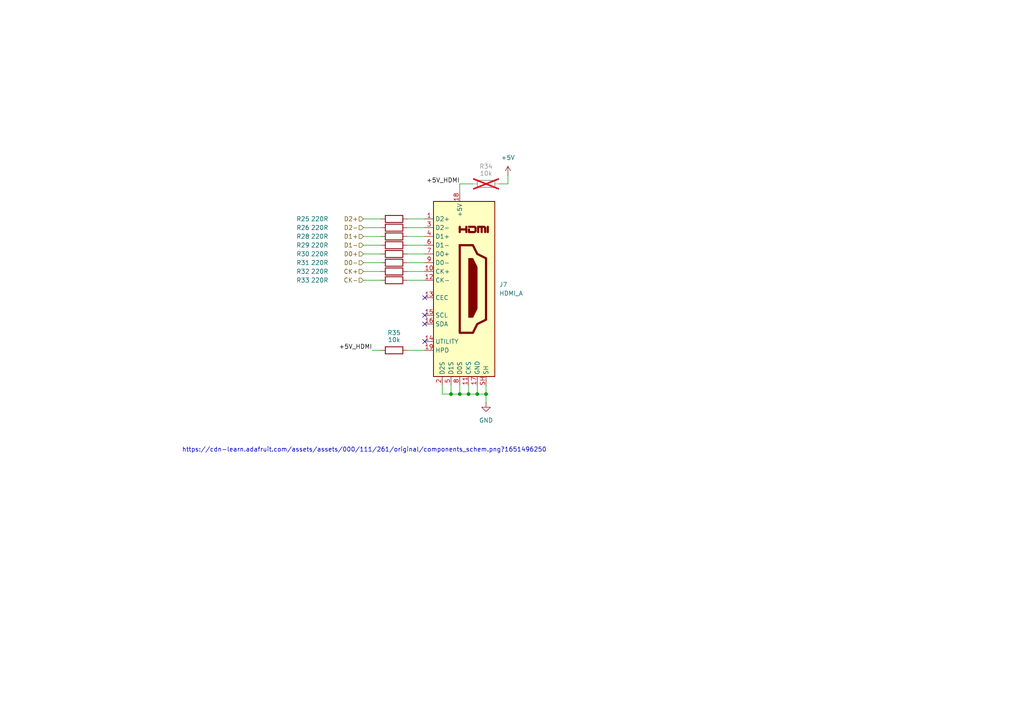
<source format=kicad_sch>
(kicad_sch (version 20250114) (generator "eeschema") (generator_version "9.0")
  (paper "A4")
  (title_block (rev "Rev.1"))
  (lib_symbols
    (symbol "Connector:HDMI_A"
      (property "Reference" "J" (at -6.35 26.67 0))
      (property "Value" "HDMI_A" (at 10.16 26.67 0))
      (symbol "HDMI_A_0_0"
        (polyline (pts (xy 0 16.51) (xy 0 18.034) (xy 0 17.272) (xy 1.905 17.272) (xy 1.905 18.034) (xy 1.905 16.51)) (stroke (width 0.635)))
        (polyline (pts (xy 2.667 18.034) (xy 4.318 18.034) (xy 4.572 17.78) (xy 4.572 16.764) (xy 4.318 16.51) (xy 2.667 16.51) (xy 2.667 17.272)) (stroke (width 0.635)))
        (polyline (pts (xy 8.128 16.51) (xy 8.128 18.034)) (stroke (width 0.635)))
      )
      (symbol "HDMI_A_0_1"
        (rectangle (start -7.62 25.4) (end 10.16 -25.4) (stroke (width 0.254)) (fill (type background)))
        (polyline (pts (xy 0 12.7) (xy 0 -12.7) (xy 3.81 -12.7) (xy 5.08 -10.16) (xy 7.62 -8.89) (xy 7.62 8.89) (xy 5.08 10.16) (xy 3.81 12.7) (xy 0 12.7)) (stroke (width 0.635)))
        (polyline (pts (xy 2.54 8.89) (xy 3.81 8.89) (xy 5.08 6.35) (xy 5.08 -5.715) (xy 3.81 -8.255) (xy 2.54 -8.255) (xy 2.54 8.89)) (fill (type outline)))
        (polyline (pts (xy 5.334 16.51) (xy 5.334 18.034) (xy 6.35 18.034) (xy 6.35 16.51) (xy 6.35 18.034) (xy 7.112 18.034) (xy 7.366 17.78) (xy 7.366 16.51)) (stroke (width 0.635)))
      )
      (symbol "HDMI_A_1_1"
        (pin passive line (at -10.16 20.32 0) (length 2.54) (name "D2+") (number "1"))
        (pin passive line (at -10.16 17.78 0) (length 2.54) (name "D2-") (number "3"))
        (pin passive line (at -10.16 15.24 0) (length 2.54) (name "D1+") (number "4"))
        (pin passive line (at -10.16 12.7 0) (length 2.54) (name "D1-") (number "6"))
        (pin passive line (at -10.16 10.16 0) (length 2.54) (name "D0+") (number "7"))
        (pin passive line (at -10.16 7.62 0) (length 2.54) (name "D0-") (number "9"))
        (pin passive line (at -10.16 5.08 0) (length 2.54) (name "CK+") (number "10"))
        (pin passive line (at -10.16 2.54 0) (length 2.54) (name "CK-") (number "12"))
        (pin bidirectional line (at -10.16 -2.54 0) (length 2.54) (name "CEC") (number "13"))
        (pin passive line (at -10.16 -7.62 0) (length 2.54) (name "SCL") (number "15"))
        (pin bidirectional line (at -10.16 -10.16 0) (length 2.54) (name "SDA") (number "16"))
        (pin passive line (at -10.16 -15.24 0) (length 2.54) (name "UTILITY") (number "14"))
        (pin passive line (at -10.16 -17.78 0) (length 2.54) (name "HPD") (number "19"))
        (pin power_in line (at -5.08 -27.94 90) (length 2.54) (name "D2S") (number "2"))
        (pin power_in line (at -2.54 -27.94 90) (length 2.54) (name "D1S") (number "5"))
        (pin power_in line (at 0 27.94 270) (length 2.54) (name "+5V") (number "18"))
        (pin power_in line (at 0 -27.94 90) (length 2.54) (name "D0S") (number "8"))
        (pin power_in line (at 2.54 -27.94 90) (length 2.54) (name "CKS") (number "11"))
        (pin power_in line (at 5.08 -27.94 90) (length 2.54) (name "GND") (number "17"))
        (pin passive line (at 7.62 -27.94 90) (length 2.54) (name "SH") (number "SH"))
      )
    )
    (symbol "Device:R" (pin_numbers (hide yes)) (pin_names (offset 0))
      (property "Reference" "R" (at 2.032 0 90))
      (property "Value" "R" (at 0 0 90))
      (symbol "R_0_1"
        (rectangle (start -1.016 -2.54) (end 1.016 2.54) (stroke (width 0.254)))
      )
      (symbol "R_1_1"
        (pin passive line (at 0 3.81 270) (length 1.27) (name "~") (number "1"))
        (pin passive line (at 0 -3.81 90) (length 1.27) (name "~") (number "2"))
      )
    )
    (symbol "power:+5V" (power) (pin_numbers (hide yes)) (pin_names (offset 0) (hide yes))
      (property "Value" "+5V" (at 0 3.556 0))
      (symbol "+5V_0_1"
        (polyline (pts (xy -0.762 1.27) (xy 0 2.54)))
        (polyline (pts (xy 0 2.54) (xy 0.762 1.27)))
        (polyline (pts (xy 0 0) (xy 0 2.54)))
      )
      (symbol "+5V_1_1"
        (pin power_in line (at 0 0 90) (length 0) (name "~") (number "1"))
      )
    )
    (symbol "power:GND" (power) (pin_numbers (hide yes)) (pin_names (offset 0) (hide yes))
      (property "Value" "GND" (at 0 -3.81 0))
      (symbol "GND_0_1"
        (polyline (pts (xy 0 0) (xy 0 -1.27) (xy 1.27 -1.27) (xy 0 -2.54) (xy -1.27 -1.27) (xy 0 -1.27)))
      )
      (symbol "GND_1_1"
        (pin power_in line (at 0 0 270) (length 0) (name "~") (number "1"))
      )
    )
  )
  (text "https://cdn-learn.adafruit.com/assets/assets/000/111/261/original/components_schem.png?1651496250" (at 105.664 130.556 0) (effects (font (size 1.27 1.27))))
  (junction (at 140.97 114.3))
  (junction (at 133.35 114.3))
  (junction (at 130.81 114.3))
  (junction (at 135.89 114.3))
  (junction (at 138.43 114.3))
  (no_connect (at 123.19 91.44))
  (no_connect (at 123.19 86.36))
  (no_connect (at 123.19 99.06))
  (no_connect (at 123.19 93.98))
  (wire (pts (xy 118.11 71.12) (xy 123.19 71.12)))
  (wire (pts (xy 118.11 73.66) (xy 123.19 73.66)))
  (wire (pts (xy 135.89 111.76) (xy 135.89 114.3)))
  (wire (pts (xy 118.11 68.58) (xy 123.19 68.58)))
  (wire (pts (xy 133.35 53.34) (xy 133.35 55.88)))
  (wire (pts (xy 118.11 81.28) (xy 123.19 81.28)))
  (wire (pts (xy 105.41 78.74) (xy 110.49 78.74)))
  (wire (pts (xy 138.43 111.76) (xy 138.43 114.3)))
  (wire (pts (xy 138.43 114.3) (xy 140.97 114.3)))
  (wire (pts (xy 128.27 111.76) (xy 128.27 114.3)))
  (wire (pts (xy 137.16 53.34) (xy 133.35 53.34)))
  (wire (pts (xy 147.32 53.34) (xy 144.78 53.34)))
  (wire (pts (xy 118.11 101.6) (xy 123.19 101.6)))
  (wire (pts (xy 133.35 111.76) (xy 133.35 114.3)))
  (wire (pts (xy 105.41 66.04) (xy 110.49 66.04)))
  (wire (pts (xy 147.32 50.8) (xy 147.32 53.34)))
  (wire (pts (xy 105.41 76.2) (xy 110.49 76.2)))
  (wire (pts (xy 118.11 66.04) (xy 123.19 66.04)))
  (wire (pts (xy 105.41 73.66) (xy 110.49 73.66)))
  (wire (pts (xy 105.41 63.5) (xy 110.49 63.5)))
  (wire (pts (xy 118.11 76.2) (xy 123.19 76.2)))
  (wire (pts (xy 105.41 81.28) (xy 110.49 81.28)))
  (wire (pts (xy 128.27 114.3) (xy 130.81 114.3)))
  (wire (pts (xy 130.81 114.3) (xy 133.35 114.3)))
  (wire (pts (xy 135.89 114.3) (xy 138.43 114.3)))
  (wire (pts (xy 133.35 114.3) (xy 135.89 114.3)))
  (wire (pts (xy 140.97 114.3) (xy 140.97 116.84)))
  (wire (pts (xy 107.95 101.6) (xy 110.49 101.6)))
  (wire (pts (xy 140.97 114.3) (xy 140.97 111.76)))
  (wire (pts (xy 118.11 63.5) (xy 123.19 63.5)))
  (wire (pts (xy 105.41 71.12) (xy 110.49 71.12)))
  (wire (pts (xy 118.11 78.74) (xy 123.19 78.74)))
  (wire (pts (xy 105.41 68.58) (xy 110.49 68.58)))
  (wire (pts (xy 130.81 111.76) (xy 130.81 114.3)))
  (label "+5V_HDMI" (at 107.95 101.6 180))
  (label "+5V_HDMI" (at 133.35 53.34 180))
  (hierarchical_label "D1-" (shape input) (at 105.41 71.12 180))
  (hierarchical_label "D1+" (shape input) (at 105.41 68.58 180))
  (hierarchical_label "D0-" (shape input) (at 105.41 76.2 180))
  (hierarchical_label "D2+" (shape input) (at 105.41 63.5 180))
  (hierarchical_label "CK+" (shape input) (at 105.41 78.74 180))
  (hierarchical_label "CK-" (shape input) (at 105.41 81.28 180))
  (hierarchical_label "D2-" (shape input) (at 105.41 66.04 180))
  (hierarchical_label "D0+" (shape input) (at 105.41 73.66 180))
  (symbol (lib_id "Device:R") (at 140.97 53.34 90) (unit 1) (dnp yes)
    (property "Reference" "R34" (at 140.97 48.26 90))
    (property "Value" "10k" (at 140.97 50.292 90))
    (property "Footprint" "Resistor_SMD:R_0805_2012Metric" (effects (hide yes)))
    (property "Description" "Resistor" (effects (hide yes)))
  )
  (symbol (lib_id "Device:R") (at 114.3 71.12 90) (unit 1)
    (property "Reference" "R29" (at 87.884 71.12 90))
    (property "Value" "220R" (at 92.71 71.12 90))
    (property "Footprint" "Resistor_SMD:R_0402_1005Metric" (effects (hide yes)))
    (property "Description" "Resistor" (effects (hide yes)))
  )
  (symbol (lib_id "Device:R") (at 114.3 68.58 90) (unit 1)
    (property "Reference" "R28" (at 87.884 68.58 90))
    (property "Value" "220R" (at 92.71 68.58 90))
    (property "Footprint" "Resistor_SMD:R_0402_1005Metric" (effects (hide yes)))
    (property "Description" "Resistor" (effects (hide yes)))
  )
  (symbol (lib_id "Device:R") (at 114.3 66.04 90) (unit 1)
    (property "Reference" "R26" (at 87.884 66.04 90))
    (property "Value" "220R" (at 92.71 66.04 90))
    (property "Footprint" "Resistor_SMD:R_0402_1005Metric" (effects (hide yes)))
    (property "Description" "Resistor" (effects (hide yes)))
  )
  (symbol (lib_id "Device:R") (at 114.3 81.28 90) (unit 1)
    (property "Reference" "R33" (at 87.884 81.28 90))
    (property "Value" "220R" (at 92.71 81.28 90))
    (property "Footprint" "Resistor_SMD:R_0402_1005Metric" (effects (hide yes)))
    (property "Description" "Resistor" (effects (hide yes)))
  )
  (symbol (lib_id "Device:R") (at 114.3 101.6 90) (unit 1)
    (property "Reference" "R35" (at 114.3 96.52 90))
    (property "Value" "10k" (at 114.3 98.552 90))
    (property "Footprint" "Resistor_SMD:R_0805_2012Metric" (effects (hide yes)))
    (property "Description" "Resistor" (effects (hide yes)))
  )
  (symbol (lib_id "power:+5V") (at 147.32 50.8 0) (unit 1)
    (property "Reference" "#PWR039" (effects (hide yes)))
    (property "Value" "+5V" (at 147.32 45.72 0))
    (property "Description" "Power symbol creates a global label with name \"+5V\"" (effects (hide yes)))
  )
  (symbol (lib_id "power:GND") (at 140.97 116.84 0) (unit 1)
    (property "Reference" "#PWR038" (effects (hide yes)))
    (property "Value" "GND" (at 140.97 121.92 0))
    (property "Description" "Power symbol creates a global label with name \"GND\" , ground" (effects (hide yes)))
  )
  (symbol (lib_id "Device:R") (at 114.3 73.66 90) (unit 1)
    (property "Reference" "R30" (at 87.884 73.66 90))
    (property "Value" "220R" (at 92.71 73.66 90))
    (property "Footprint" "Resistor_SMD:R_0402_1005Metric" (effects (hide yes)))
    (property "Description" "Resistor" (effects (hide yes)))
  )
  (symbol (lib_id "Device:R") (at 114.3 63.5 90) (unit 1)
    (property "Reference" "R25" (at 87.884 63.5 90))
    (property "Value" "220R" (at 92.71 63.5 90))
    (property "Footprint" "Resistor_SMD:R_0402_1005Metric" (effects (hide yes)))
    (property "Description" "Resistor" (effects (hide yes)))
  )
  (symbol (lib_id "Connector:HDMI_A") (at 133.35 83.82 0) (unit 1)
    (property "Reference" "J7" (at 144.78 82.5499 0) (effects (justify left)))
    (property "Value" "HDMI_A" (at 144.78 85.0899 0) (effects (justify left)))
    (property "Footprint" "Connector_Video:HDMI_A_Molex_208658-1001_Horizontal" (effects (hide yes)))
    (property "Datasheet" "https://en.wikipedia.org/wiki/HDMI" (effects (hide yes)))
    (property "Description" "HDMI type A connector" (effects (hide yes)))
  )
  (symbol (lib_id "Device:R") (at 114.3 76.2 90) (unit 1)
    (property "Reference" "R31" (at 87.884 76.2 90))
    (property "Value" "220R" (at 92.71 76.2 90))
    (property "Footprint" "Resistor_SMD:R_0402_1005Metric" (effects (hide yes)))
    (property "Description" "Resistor" (effects (hide yes)))
  )
  (symbol (lib_id "Device:R") (at 114.3 78.74 90) (unit 1)
    (property "Reference" "R32" (at 87.884 78.74 90))
    (property "Value" "220R" (at 92.71 78.74 90))
    (property "Footprint" "Resistor_SMD:R_0402_1005Metric" (effects (hide yes)))
    (property "Description" "Resistor" (effects (hide yes)))
  )
)
</source>
